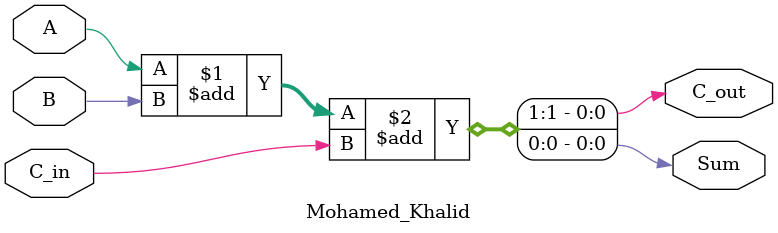
<source format=v>
module Mohamed_Khalid(A, B, C_in, Sum, C_out);
    // comment
    input A, B, C_in;
    output Sum, C_out;
    assign {C_out, Sum} = A + B + C_in;

endmodule
</source>
